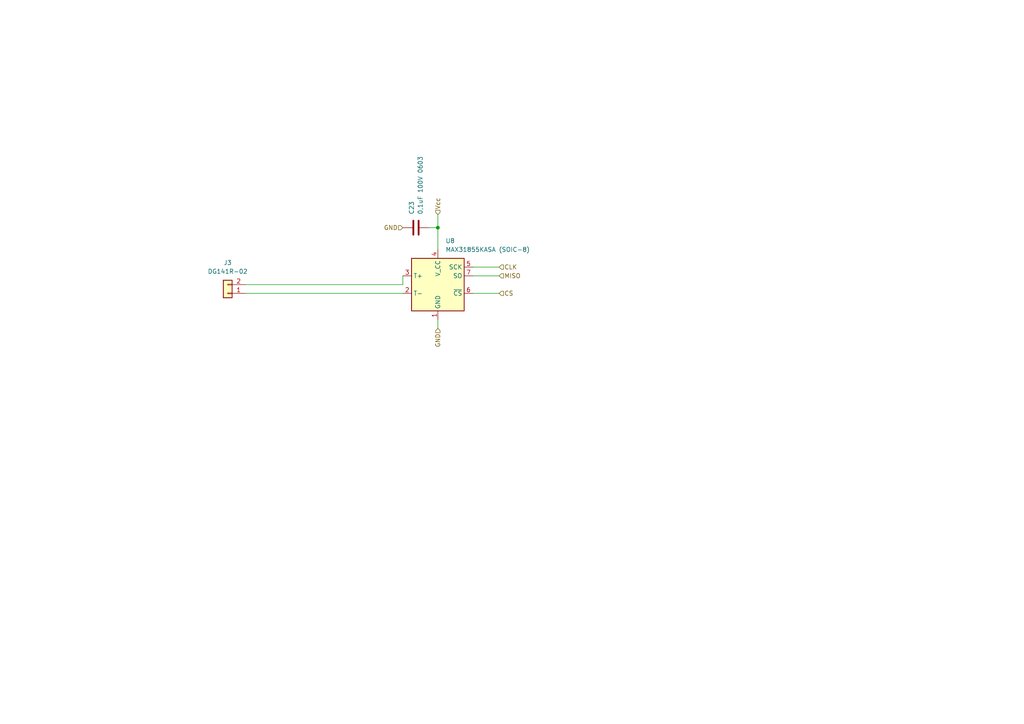
<source format=kicad_sch>
(kicad_sch (version 20230121) (generator eeschema)
  (paper "A4")
  (lib_symbols
    (symbol "Connector_Generic:Conn_01x02" (pin_names (offset 1.016) hide)
      (property "Reference" "J" (at 0 2.54 0))
      (property "Value" "Conn_01x02" (at 0 -5.08 0))
      (symbol "Conn_01x02_1_1"
        (rectangle (start -1.27 -2.413) (end 0 -2.667) (stroke (width 0.1524)))
        (rectangle (start -1.27 0.127) (end 0 -0.127) (stroke (width 0.1524)))
        (rectangle (start -1.27 1.27) (end 1.27 -3.81) (stroke (width 0.254)) (fill (type background)))
        (pin passive line (at -5.08 0 0) (length 3.81) (name "Pin_1") (number "1"))
        (pin passive line (at -5.08 -2.54 0) (length 3.81) (name "Pin_2") (number "2"))
      )
    )
    (symbol "Device:C" (pin_numbers hide) (pin_names (offset 0.254))
      (property "Reference" "C" (at 0.635 2.54 0))
      (property "Value" "C" (at 0.635 -2.54 0))
      (symbol "C_0_1"
        (polyline (pts (xy -2.032 -0.762) (xy 2.032 -0.762)) (stroke (width 0.508)))
        (polyline (pts (xy -2.032 0.762) (xy 2.032 0.762)) (stroke (width 0.508)))
      )
      (symbol "C_1_1"
        (pin passive line (at 0 3.81 270) (length 2.794) (name "~") (number "1"))
        (pin passive line (at 0 -3.81 90) (length 2.794) (name "~") (number "2"))
      )
    )
    (symbol "Sensor_Temperature:MAX31855KASA"
      (property "Reference" "U" (at -7.62 8.89 0))
      (property "Value" "MAX31855KASA" (at 1.27 8.89 0))
      (symbol "MAX31855KASA_0_1"
        (rectangle (start -7.62 7.62) (end 7.62 -7.62) (stroke (width 0.254)) (fill (type background)))
      )
      (symbol "MAX31855KASA_1_1"
        (pin power_in line (at 0 -10.16 90) (length 2.54) (name "GND") (number "1"))
        (pin passive line (at -10.16 -2.54 0) (length 2.54) (name "T-") (number "2"))
        (pin passive line (at -10.16 2.54 0) (length 2.54) (name "T+") (number "3"))
        (pin power_in line (at 0 10.16 270) (length 2.54) (name "V_CC") (number "4"))
        (pin input line (at 10.16 5.08 180) (length 2.54) (name "SCK") (number "5"))
        (pin input line (at 10.16 -2.54 180) (length 2.54) (name "~{CS}") (number "6"))
        (pin tri_state line (at 10.16 2.54 180) (length 2.54) (name "SO") (number "7"))
      )
    )
  )
  (junction (at 127 66.04))
  (wire (pts (xy 137.16 85.09) (xy 144.78 85.09)))
  (wire (pts (xy 127 62.23) (xy 127 66.04)))
  (wire (pts (xy 127 66.04) (xy 124.46 66.04)))
  (wire (pts (xy 137.16 80.01) (xy 144.78 80.01)))
  (wire (pts (xy 127 66.04) (xy 127 72.39)))
  (wire (pts (xy 116.84 82.55) (xy 116.84 80.01)))
  (wire (pts (xy 71.12 85.09) (xy 116.84 85.09)))
  (wire (pts (xy 71.12 82.55) (xy 116.84 82.55)))
  (wire (pts (xy 127 92.71) (xy 127 95.25)))
  (wire (pts (xy 137.16 77.47) (xy 144.78 77.47)))
  (hierarchical_label "GND" (shape input) (at 127 95.25 270))
  (hierarchical_label "CS" (shape input) (at 144.78 85.09 0))
  (hierarchical_label "Vcc" (shape input) (at 127 62.23 90))
  (hierarchical_label "GND" (shape input) (at 116.84 66.04 180))
  (hierarchical_label "MISO" (shape input) (at 144.78 80.01 0))
  (hierarchical_label "CLK" (shape input) (at 144.78 77.47 0))
  (symbol (lib_id "Device:C") (at 120.65 66.04 90) (unit 1)
    (property "Reference" "C23" (at 119.38 62.23 0) (effects (justify left)))
    (property "Value" "0,1uF 100V 0603" (at 121.92 62.23 0) (effects (justify left)))
    (property "Footprint" "Capacitor_SMD:C_0603_1608Metric_Pad1.08x0.95mm_HandSolder" (effects hide))
    (instances (project "Плата симистров" (path "" (reference "C23") (unit 1)) (path "" (reference "C17") (unit 1)) (path "" (reference "C20") (unit 1)) (path "" (reference "C23") (unit 1)) (path "" (reference "C26") (unit 1))) (project "analog_io_board" (path "" (reference "C16") (unit 1)) (path "" (reference "C19") (unit 1)) (path "" (reference "C26") (unit 1)) (path "" (reference "C27") (unit 1))))
  )
  (symbol (lib_id "Connector_Generic:Conn_01x02") (at 66.04 85.09 180) (unit 1)
    (property "Reference" "J3" (at 66.04 76.2 0))
    (property "Value" "DG141R-02" (at 66.04 78.74 0))
    (property "Footprint" "Connector:DG141R-02" (effects hide))
    (instances (project "Плата симистров" (path "" (reference "J3") (unit 1))) (project "analog_io_board" (path "" (reference "J5") (unit 1)) (path "" (reference "J7") (unit 1)) (path "" (reference "J8") (unit 1))))
  )
  (symbol (lib_id "Sensor_Temperature:MAX31855KASA") (at 127 82.55 0) (unit 1)
    (property "Reference" "U8" (at 129.1941 69.85 0) (effects (justify left)))
    (property "Value" "MAX31855KASA (SOIC-8)" (at 129.1941 72.39 0) (effects (justify left)))
    (property "Footprint" "Package_SO:SOIC-8_3.9x4.9mm_P1.27mm" (effects hide))
    (property "Datasheet" "http://datasheets.maximintegrated.com/en/ds/MAX31855.pdf" (effects hide))
    (instances (project "analog_io_board" (path "" (reference "U8") (unit 1)) (path "" (reference "U11") (unit 1))))
  )
)
</source>
